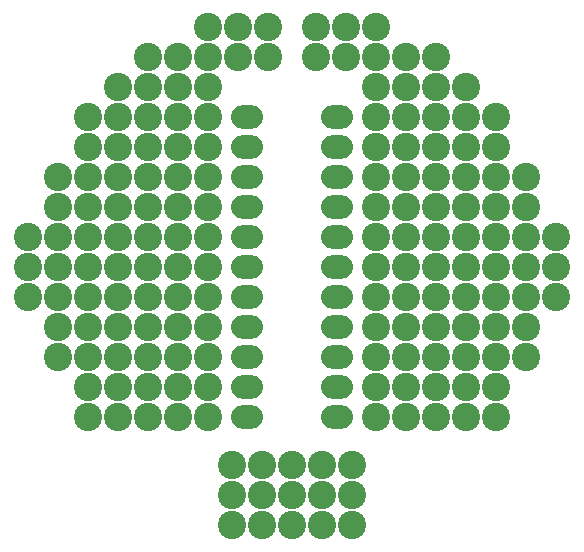
<source format=gts>
G04 #@! TF.FileFunction,Soldermask,Top*
%FSLAX46Y46*%
G04 Gerber Fmt 4.6, Leading zero omitted, Abs format (unit mm)*
G04 Created by KiCad (PCBNEW 4.0.0-rc1-stable) date Di 22 Sep 2015 21:09:19 CEST*
%MOMM*%
G01*
G04 APERTURE LIST*
%ADD10C,0.100000*%
%ADD11C,2.398980*%
%ADD12O,2.700000X2.000000*%
G04 APERTURE END LIST*
D10*
D11*
X151130000Y-103124000D03*
X156210000Y-103124000D03*
X153670000Y-103124000D03*
X141986000Y-103124000D03*
X144526000Y-103124000D03*
X147066000Y-103124000D03*
X147066000Y-105664000D03*
X151130000Y-105664000D03*
X158750000Y-105664000D03*
X156210000Y-105664000D03*
X161290000Y-105664000D03*
X153670000Y-105664000D03*
X161290000Y-108204000D03*
X158750000Y-108204000D03*
X163830000Y-108204000D03*
X156210000Y-108204000D03*
X141986000Y-105664000D03*
X139446000Y-105664000D03*
X144526000Y-105664000D03*
X136906000Y-105664000D03*
X139446000Y-108204000D03*
X136906000Y-108204000D03*
X141986000Y-108204000D03*
X134366000Y-108204000D03*
X126746000Y-123444000D03*
X126746000Y-120904000D03*
X126746000Y-125984000D03*
X129286000Y-125984000D03*
X129286000Y-128524000D03*
X129286000Y-131064000D03*
X129286000Y-123444000D03*
X129286000Y-120904000D03*
X129286000Y-115824000D03*
X129286000Y-118364000D03*
X171450000Y-123444000D03*
X171450000Y-120904000D03*
X171450000Y-125984000D03*
X168910000Y-115824000D03*
X168910000Y-118364000D03*
X168910000Y-123444000D03*
X168910000Y-120904000D03*
X168910000Y-128524000D03*
X168910000Y-125984000D03*
X168910000Y-131064000D03*
X158750000Y-113284000D03*
X161290000Y-113284000D03*
X158750000Y-115824000D03*
X161290000Y-115824000D03*
X161290000Y-118364000D03*
X158750000Y-118364000D03*
X163830000Y-113284000D03*
X166370000Y-110744000D03*
X166370000Y-113284000D03*
X163830000Y-110744000D03*
X158750000Y-128524000D03*
X158750000Y-125984000D03*
X161290000Y-125984000D03*
X166370000Y-125984000D03*
X161290000Y-123444000D03*
X166370000Y-120904000D03*
X163830000Y-125984000D03*
X166370000Y-123444000D03*
X163830000Y-120904000D03*
X161290000Y-120904000D03*
X163830000Y-123444000D03*
X158750000Y-123444000D03*
X158750000Y-120904000D03*
X161290000Y-136144000D03*
X166370000Y-136144000D03*
X163830000Y-133604000D03*
X166370000Y-133604000D03*
X163830000Y-136144000D03*
X161290000Y-133604000D03*
X163830000Y-131064000D03*
X163830000Y-128524000D03*
X161290000Y-128524000D03*
X161290000Y-131064000D03*
X166370000Y-128524000D03*
X166370000Y-131064000D03*
X158750000Y-133604000D03*
X158750000Y-131064000D03*
X158750000Y-136144000D03*
X163830000Y-118364000D03*
X166370000Y-118364000D03*
X163830000Y-115824000D03*
X166370000Y-115824000D03*
X161290000Y-110744000D03*
X158750000Y-110744000D03*
X156210000Y-118364000D03*
X156210000Y-115824000D03*
X156210000Y-120904000D03*
X156210000Y-123444000D03*
X156210000Y-125984000D03*
X156210000Y-128524000D03*
X156210000Y-113284000D03*
X156210000Y-131064000D03*
X156210000Y-136144000D03*
X156210000Y-133604000D03*
X144018000Y-145288000D03*
X144018000Y-142748000D03*
X146558000Y-145288000D03*
X146558000Y-142748000D03*
X151638000Y-145288000D03*
X151638000Y-142748000D03*
X149098000Y-145288000D03*
X149098000Y-142748000D03*
X154178000Y-145288000D03*
X154178000Y-142748000D03*
X144018000Y-140208000D03*
X146558000Y-140208000D03*
X149098000Y-140208000D03*
X154178000Y-140208000D03*
X151638000Y-140208000D03*
X131826000Y-125984000D03*
X134366000Y-125984000D03*
X134366000Y-123444000D03*
X131826000Y-120904000D03*
X131826000Y-123444000D03*
X131826000Y-131064000D03*
X131826000Y-128524000D03*
X134366000Y-131064000D03*
X134366000Y-128524000D03*
X136906000Y-131064000D03*
X136906000Y-128524000D03*
X141986000Y-131064000D03*
X139446000Y-131064000D03*
X141986000Y-128524000D03*
X141986000Y-125984000D03*
X139446000Y-125984000D03*
X139446000Y-128524000D03*
X139446000Y-123444000D03*
X139446000Y-120904000D03*
X141986000Y-123444000D03*
X141986000Y-120904000D03*
X136906000Y-125984000D03*
X136906000Y-123444000D03*
X136906000Y-120904000D03*
X134366000Y-120904000D03*
X134366000Y-133604000D03*
X131826000Y-136144000D03*
X131826000Y-133604000D03*
X134366000Y-136144000D03*
X139446000Y-118364000D03*
X141986000Y-118364000D03*
X141986000Y-110744000D03*
X141986000Y-115824000D03*
X141986000Y-113284000D03*
X139446000Y-110744000D03*
X131826000Y-118364000D03*
X136906000Y-118364000D03*
X131826000Y-115824000D03*
X134366000Y-118364000D03*
X136906000Y-110744000D03*
X139446000Y-115824000D03*
X134366000Y-113284000D03*
X136906000Y-115824000D03*
X136906000Y-113284000D03*
X139446000Y-113284000D03*
X134366000Y-115824000D03*
X136906000Y-133604000D03*
X139446000Y-133604000D03*
X139446000Y-136144000D03*
X141986000Y-136144000D03*
X136906000Y-136144000D03*
X141986000Y-133604000D03*
X131826000Y-113284000D03*
X131826000Y-110744000D03*
X134366000Y-110744000D03*
D12*
X145288000Y-136144000D03*
X145288000Y-133604000D03*
X145288000Y-131064000D03*
X145288000Y-128524000D03*
X145288000Y-125984000D03*
X145288000Y-123444000D03*
X145288000Y-120904000D03*
X145288000Y-118364000D03*
X145288000Y-115824000D03*
X145288000Y-113284000D03*
X145288000Y-110744000D03*
X152908000Y-110744000D03*
X152908000Y-113284000D03*
X152908000Y-115824000D03*
X152908000Y-118364000D03*
X152908000Y-120904000D03*
X152908000Y-123444000D03*
X152908000Y-125984000D03*
X152908000Y-128524000D03*
X152908000Y-131064000D03*
X152908000Y-133604000D03*
X152908000Y-136144000D03*
D11*
X156210000Y-110744000D03*
M02*

</source>
